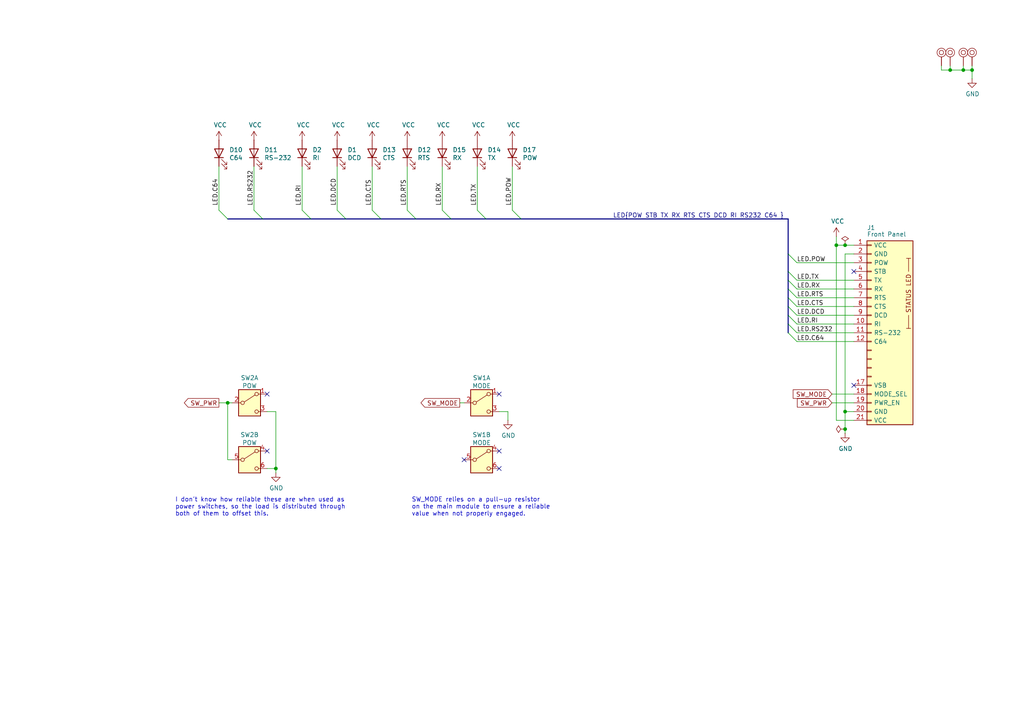
<source format=kicad_sch>
(kicad_sch (version 20231120) (generator "eeschema") (generator_version "8.0")
  (paper "A4")
  (title_block (title "BulkyModem (Panel)") (rev "A") (comment 4 "Front panel for mounting LEDs horizontally, designed for slotting into the main module."))
  (lib_symbols
    (symbol "BulkyModem:Module_Panel" (pin_names (offset 2.0066))
      (property "Reference" "J" (at 0 27.94 0))
      (property "Value" "Module_Panel" (at 0 -27.94 0))
      (symbol "Module_Panel_0_0"
        (polyline (pts (xy 10.795 1.27) (xy 10.795 5.08)))
        (polyline (pts (xy 10.795 21.59) (xy 10.795 17.78)))
        (text "STATUS LED" (at 10.795 11.43 900) (effects (font (size 1.27 1.27))))
      )
      (symbol "Module_Panel_0_1"
        (rectangle (start -1.27 26.67) (end 12.065 -26.67) (stroke (width 0.254)) (fill (type background)))
        (polyline (pts (xy 10.16 21.59) (xy 11.43 21.59)))
        (polyline (pts (xy 11.43 1.27) (xy 10.16 1.27)))
      )
      (symbol "Module_Panel_1_1"
        (rectangle (start -1.27 -25.273) (end 0 -25.527) (stroke (width 0.1524)))
        (rectangle (start -1.27 -22.733) (end 0 -22.987) (stroke (width 0.1524)))
        (rectangle (start -1.27 -20.193) (end 0 -20.447) (stroke (width 0.1524)))
        (rectangle (start -1.27 -17.653) (end 0 -17.907) (stroke (width 0.1524)))
        (rectangle (start -1.27 -15.113) (end 0 -15.367) (stroke (width 0.1524)))
        (rectangle (start -1.27 -12.573) (end 0 -12.827) (stroke (width 0.1524)))
        (rectangle (start -1.27 -10.033) (end 0 -10.287) (stroke (width 0.1524)))
        (rectangle (start -1.27 -7.493) (end 0 -7.747) (stroke (width 0.1524)))
        (rectangle (start -1.27 -4.953) (end 0 -5.207) (stroke (width 0.1524)))
        (rectangle (start -1.27 -2.413) (end 0 -2.667) (stroke (width 0.1524)))
        (rectangle (start -1.27 0.127) (end 0 -0.127) (stroke (width 0.1524)))
        (rectangle (start -1.27 2.667) (end 0 2.413) (stroke (width 0.1524)))
        (rectangle (start -1.27 5.207) (end 0 4.953) (stroke (width 0.1524)))
        (rectangle (start -1.27 7.747) (end 0 7.493) (stroke (width 0.1524)))
        (rectangle (start -1.27 10.287) (end 0 10.033) (stroke (width 0.1524)))
        (rectangle (start -1.27 12.827) (end 0 12.573) (stroke (width 0.1524)))
        (rectangle (start -1.27 15.367) (end 0 15.113) (stroke (width 0.1524)))
        (rectangle (start -1.27 17.907) (end 0 17.653) (stroke (width 0.1524)))
        (rectangle (start -1.27 20.447) (end 0 20.193) (stroke (width 0.1524)))
        (rectangle (start -1.27 22.987) (end 0 22.733) (stroke (width 0.1524)))
        (rectangle (start -1.27 25.527) (end 0 25.273) (stroke (width 0.1524)))
        (pin power_in line (at -5.08 25.4 0) (length 3.81) (name "VCC") (number "1"))
        (pin passive line (at -5.08 2.54 0) (length 3.81) (name "RI") (number "10"))
        (pin passive line (at -5.08 0 0) (length 3.81) (name "RS-232") (number "11"))
        (pin passive line (at -5.08 -2.54 0) (length 3.81) (name "C64") (number "12"))
        (pin no_connect line (at -5.08 -5.08 0) (length 3.81) hide (name "N.C.") (number "13"))
        (pin no_connect line (at -5.08 -7.62 0) (length 3.81) hide (name "N.C.") (number "14"))
        (pin no_connect line (at -5.08 -10.16 0) (length 3.81) hide (name "N.C.") (number "15"))
        (pin no_connect line (at -5.08 -12.7 0) (length 3.81) hide (name "N.C.") (number "16"))
        (pin passive line (at -5.08 -15.24 0) (length 3.81) (name "VSB") (number "17"))
        (pin passive line (at -5.08 -17.78 0) (length 3.81) (name "MODE_SEL") (number "18"))
        (pin passive line (at -5.08 -20.32 0) (length 3.81) (name "PWR_EN") (number "19"))
        (pin power_in line (at -5.08 22.86 0) (length 3.81) (name "GND") (number "2"))
        (pin passive line (at -5.08 -22.86 0) (length 3.81) (name "GND") (number "20"))
        (pin passive line (at -5.08 -25.4 0) (length 3.81) (name "VCC") (number "21"))
        (pin passive line (at -5.08 20.32 0) (length 3.81) (name "POW") (number "3"))
        (pin passive line (at -5.08 17.78 0) (length 3.81) (name "STB") (number "4"))
        (pin passive line (at -5.08 15.24 0) (length 3.81) (name "TX") (number "5"))
        (pin passive line (at -5.08 12.7 0) (length 3.81) (name "RX") (number "6"))
        (pin passive line (at -5.08 10.16 0) (length 3.81) (name "RTS") (number "7"))
        (pin passive line (at -5.08 7.62 0) (length 3.81) (name "CTS") (number "8"))
        (pin passive line (at -5.08 5.08 0) (length 3.81) (name "DCD") (number "9"))
      )
    )
    (symbol "Device:LED" (pin_numbers hide) (pin_names (offset 1.016) hide)
      (property "Reference" "D" (at 0 2.54 0))
      (property "Value" "LED" (at 0 -2.54 0))
      (symbol "LED_0_1"
        (polyline (pts (xy -1.27 -1.27) (xy -1.27 1.27)) (stroke (width 0.254)))
        (polyline (pts (xy -1.27 0) (xy 1.27 0)))
        (polyline (pts (xy 1.27 -1.27) (xy 1.27 1.27) (xy -1.27 0) (xy 1.27 -1.27)) (stroke (width 0.254)))
        (polyline (pts (xy -3.048 -0.762) (xy -4.572 -2.286) (xy -3.81 -2.286) (xy -4.572 -2.286) (xy -4.572 -1.524)))
        (polyline (pts (xy -1.778 -0.762) (xy -3.302 -2.286) (xy -2.54 -2.286) (xy -3.302 -2.286) (xy -3.302 -1.524)))
      )
      (symbol "LED_1_1"
        (pin passive line (at -3.81 0 0) (length 2.54) (name "K") (number "1"))
        (pin passive line (at 3.81 0 180) (length 2.54) (name "A") (number "2"))
      )
    )
    (symbol "Switch:SW_DPDT_x2" (pin_names (offset 0) hide)
      (property "Reference" "SW" (at 0 5.08 0))
      (property "Value" "SW_DPDT_x2" (at 0 -5.08 0))
      (symbol "SW_DPDT_x2_0_0"
        (circle (center -2.032 0) (radius 0.508))
        (circle (center 2.032 -2.54) (radius 0.508))
      )
      (symbol "SW_DPDT_x2_0_1"
        (rectangle (start -3.175 3.81) (end 3.175 -3.81) (stroke (width 0.254)) (fill (type background)))
        (polyline (pts (xy -1.524 0.254) (xy 1.5748 2.286)))
        (circle (center 2.032 2.54) (radius 0.508))
      )
      (symbol "SW_DPDT_x2_1_1"
        (pin passive line (at 5.08 2.54 180) (length 2.54) (name "A") (number "1"))
        (pin passive line (at -5.08 0 0) (length 2.54) (name "B") (number "2"))
        (pin passive line (at 5.08 -2.54 180) (length 2.54) (name "C") (number "3"))
      )
      (symbol "SW_DPDT_x2_2_1"
        (pin passive line (at 5.08 2.54 180) (length 2.54) (name "A") (number "4"))
        (pin passive line (at -5.08 0 0) (length 2.54) (name "B") (number "5"))
        (pin passive line (at 5.08 -2.54 180) (length 2.54) (name "C") (number "6"))
      )
    )
    (symbol "mounting:Mounting_Pin" (pin_numbers hide) (pin_names (offset 0) hide)
      (symbol "Mounting_Pin_0_1"
        (circle (center 0 0) (radius 0.635))
        (circle (center 0 0) (radius 1.27))
      )
      (symbol "Mounting_Pin_1_1"
        (pin passive line (at 0 -3.81 90) (length 2.54) (name "~") (number "1"))
      )
    )
    (symbol "power:GND" (power) (pin_numbers hide) (pin_names (offset 0) hide)
      (property "Value" "GND" (at 0 -3.81 0))
      (symbol "GND_0_1"
        (polyline (pts (xy 0 0) (xy 0 -1.27) (xy 1.27 -1.27) (xy 0 -2.54) (xy -1.27 -1.27) (xy 0 -1.27)))
      )
      (symbol "GND_1_1"
        (pin power_in line (at 0 0 270) (length 0) (name "~") (number "1"))
      )
    )
    (symbol "power:PWR_FLAG" (power) (pin_numbers hide) (pin_names (offset 0) hide)
      (property "Value" "PWR_FLAG" (at 0 3.81 0))
      (symbol "PWR_FLAG_0_0"
        (pin power_out line (at 0 0 90) (length 0) (name "~") (number "1"))
      )
      (symbol "PWR_FLAG_0_1"
        (polyline (pts (xy 0 0) (xy 0 1.27) (xy -1.016 1.905) (xy 0 2.54) (xy 1.016 1.905) (xy 0 1.27)))
      )
    )
    (symbol "power:VCC" (power) (pin_numbers hide) (pin_names (offset 0) hide)
      (property "Value" "VCC" (at 0 3.556 0))
      (symbol "VCC_0_1"
        (polyline (pts (xy -0.762 1.27) (xy 0 2.54)))
        (polyline (pts (xy 0 0) (xy 0 2.54)))
        (polyline (pts (xy 0 2.54) (xy 0.762 1.27)))
      )
      (symbol "VCC_1_1"
        (pin power_in line (at 0 0 90) (length 0) (name "~") (number "1"))
      )
    )
  )
  (junction (at 275.59 20.32))
  (junction (at 242.57 71.12))
  (junction (at 245.11 71.12))
  (junction (at 281.94 20.32))
  (junction (at 80.01 135.89))
  (junction (at 245.11 124.46))
  (junction (at 245.11 119.38))
  (junction (at 279.4 20.32))
  (junction (at 66.04 116.84))
  (no_connect (at 247.65 111.76))
  (no_connect (at 144.78 114.3))
  (no_connect (at 77.47 114.3))
  (no_connect (at 77.47 130.81))
  (no_connect (at 247.65 78.74))
  (no_connect (at 134.62 133.35))
  (no_connect (at 144.78 130.81))
  (no_connect (at 144.78 135.89))
  (bus_entry (at 231.14 99.06) (size -2.54 -2.54))
  (bus_entry (at 90.17 63.5) (size -2.54 -2.54))
  (bus_entry (at 231.14 91.44) (size -2.54 -2.54))
  (bus_entry (at 130.81 63.5) (size -2.54 -2.54))
  (bus_entry (at 231.14 83.82) (size -2.54 -2.54))
  (bus_entry (at 100.33 63.5) (size -2.54 -2.54))
  (bus_entry (at 231.14 76.2) (size -2.54 -2.54))
  (bus_entry (at 231.14 81.28) (size -2.54 -2.54))
  (bus_entry (at 120.65 63.5) (size -2.54 -2.54))
  (bus_entry (at 140.97 63.5) (size -2.54 -2.54))
  (bus_entry (at 231.14 96.52) (size -2.54 -2.54))
  (bus_entry (at 66.04 63.5) (size -2.54 -2.54))
  (bus_entry (at 231.14 86.36) (size -2.54 -2.54))
  (bus_entry (at 76.2 63.5) (size -2.54 -2.54))
  (bus_entry (at 110.49 63.5) (size -2.54 -2.54))
  (bus_entry (at 231.14 93.98) (size -2.54 -2.54))
  (bus_entry (at 151.13 63.5) (size -2.54 -2.54))
  (bus_entry (at 231.14 88.9) (size -2.54 -2.54))
  (wire (pts (xy 231.14 96.52) (xy 247.65 96.52)))
  (wire (pts (xy 87.63 60.96) (xy 87.63 48.26)))
  (wire (pts (xy 118.11 48.26) (xy 118.11 60.96)))
  (wire (pts (xy 281.94 20.32) (xy 281.94 22.86)))
  (wire (pts (xy 241.3 114.3) (xy 247.65 114.3)))
  (wire (pts (xy 242.57 121.92) (xy 242.57 71.12)))
  (wire (pts (xy 148.59 60.96) (xy 148.59 48.26)))
  (wire (pts (xy 80.01 119.38) (xy 77.47 119.38)))
  (wire (pts (xy 273.05 20.32) (xy 275.59 20.32)))
  (wire (pts (xy 80.01 135.89) (xy 80.01 119.38)))
  (bus (pts (xy 228.6 91.44) (xy 228.6 88.9)))
  (bus (pts (xy 110.49 63.5) (xy 120.65 63.5)))
  (bus (pts (xy 66.04 63.5) (xy 76.2 63.5)))
  (wire (pts (xy 147.32 119.38) (xy 147.32 121.92)))
  (wire (pts (xy 245.11 124.46) (xy 245.11 125.73)))
  (wire (pts (xy 245.11 71.12) (xy 247.65 71.12)))
  (bus (pts (xy 228.6 93.98) (xy 228.6 91.44)))
  (wire (pts (xy 107.95 60.96) (xy 107.95 48.26)))
  (bus (pts (xy 228.6 86.36) (xy 228.6 83.82)))
  (wire (pts (xy 245.11 73.66) (xy 247.65 73.66)))
  (wire (pts (xy 245.11 119.38) (xy 245.11 124.46)))
  (wire (pts (xy 245.11 73.66) (xy 245.11 119.38)))
  (wire (pts (xy 279.4 19.05) (xy 279.4 20.32)))
  (bus (pts (xy 228.6 83.82) (xy 228.6 81.28)))
  (wire (pts (xy 66.04 116.84) (xy 66.04 133.35)))
  (wire (pts (xy 275.59 19.05) (xy 275.59 20.32)))
  (wire (pts (xy 80.01 135.89) (xy 80.01 137.16)))
  (wire (pts (xy 231.14 88.9) (xy 247.65 88.9)))
  (bus (pts (xy 151.13 63.5) (xy 228.6 63.5)))
  (wire (pts (xy 231.14 91.44) (xy 247.65 91.44)))
  (bus (pts (xy 228.6 96.52) (xy 228.6 93.98)))
  (wire (pts (xy 73.66 48.26) (xy 73.66 60.96)))
  (wire (pts (xy 231.14 76.2) (xy 247.65 76.2)))
  (wire (pts (xy 279.4 20.32) (xy 281.94 20.32)))
  (wire (pts (xy 231.14 81.28) (xy 247.65 81.28)))
  (wire (pts (xy 245.11 119.38) (xy 247.65 119.38)))
  (wire (pts (xy 66.04 133.35) (xy 67.31 133.35)))
  (bus (pts (xy 76.2 63.5) (xy 90.17 63.5)))
  (bus (pts (xy 228.6 88.9) (xy 228.6 86.36)))
  (wire (pts (xy 138.43 48.26) (xy 138.43 60.96)))
  (wire (pts (xy 231.14 83.82) (xy 247.65 83.82)))
  (wire (pts (xy 231.14 86.36) (xy 247.65 86.36)))
  (bus (pts (xy 100.33 63.5) (xy 110.49 63.5)))
  (wire (pts (xy 275.59 20.32) (xy 279.4 20.32)))
  (bus (pts (xy 228.6 81.28) (xy 228.6 78.74)))
  (wire (pts (xy 128.27 60.96) (xy 128.27 48.26)))
  (bus (pts (xy 90.17 63.5) (xy 100.33 63.5)))
  (bus (pts (xy 140.97 63.5) (xy 151.13 63.5)))
  (wire (pts (xy 144.78 119.38) (xy 147.32 119.38)))
  (wire (pts (xy 273.05 19.05) (xy 273.05 20.32)))
  (bus (pts (xy 120.65 63.5) (xy 130.81 63.5)))
  (wire (pts (xy 242.57 71.12) (xy 242.57 68.58)))
  (wire (pts (xy 63.5 116.84) (xy 66.04 116.84)))
  (wire (pts (xy 247.65 116.84) (xy 241.3 116.84)))
  (wire (pts (xy 231.14 99.06) (xy 247.65 99.06)))
  (wire (pts (xy 66.04 116.84) (xy 67.31 116.84)))
  (wire (pts (xy 242.57 71.12) (xy 245.11 71.12)))
  (wire (pts (xy 133.35 116.84) (xy 134.62 116.84)))
  (wire (pts (xy 77.47 135.89) (xy 80.01 135.89)))
  (bus (pts (xy 228.6 73.66) (xy 228.6 78.74)))
  (wire (pts (xy 281.94 20.32) (xy 281.94 19.05)))
  (wire (pts (xy 97.79 60.96) (xy 97.79 48.26)))
  (wire (pts (xy 63.5 48.26) (xy 63.5 60.96)))
  (wire (pts (xy 242.57 121.92) (xy 247.65 121.92)))
  (wire (pts (xy 231.14 93.98) (xy 247.65 93.98)))
  (bus (pts (xy 228.6 73.66) (xy 228.6 63.5)))
  (bus (pts (xy 130.81 63.5) (xy 140.97 63.5)))
  (text "SW_MODE relies on a pull-up resistor\non the main module to ensure a reliable\nvalue when not properly engaged." (at 119.38 149.86 0) (effects (font (size 1.27 1.27)) (justify left bottom)))
  (text "I don't know how reliable these are when used as\npower switches, so the load is distributed through\nboth of them to offset this." (at 50.8 149.86 0) (effects (font (size 1.27 1.27)) (justify left bottom)))
  (label "LED.C64" (at 231.14 99.06 0))
  (label "LED{POW STB TX RX RTS CTS DCD RI RS232 C64 }" (at 227.33 63.5 180))
  (label "LED.RTS" (at 231.14 86.36 0))
  (label "LED.RTS" (at 118.11 59.69 90))
  (label "LED.DCD" (at 97.79 59.69 90))
  (label "LED.POW" (at 148.59 59.69 90))
  (label "LED.TX" (at 231.14 81.28 0))
  (label "LED.TX" (at 138.43 59.69 90))
  (label "LED.RS232" (at 73.66 59.69 90))
  (label "LED.CTS" (at 107.95 59.69 90))
  (label "LED.DCD" (at 231.14 91.44 0))
  (label "LED.RX" (at 128.27 59.69 90))
  (label "LED.RI" (at 231.14 93.98 0))
  (label "LED.RX" (at 231.14 83.82 0))
  (label "LED.C64" (at 63.5 59.69 90))
  (label "LED.CTS" (at 231.14 88.9 0))
  (label "LED.POW" (at 231.14 76.2 0))
  (label "LED.RS232" (at 231.14 96.52 0))
  (label "LED.RI" (at 87.63 59.69 90))
  (global_label "SW_PWR" (shape output) (at 63.5 116.84 180) (property "Intersheetrefs" "${INTERSHEET_REFS}" (effects (hide yes))))
  (global_label "SW_MODE" (shape input) (at 241.3 114.3 180) (property "Intersheetrefs" "${INTERSHEET_REFS}" (effects (hide yes))))
  (global_label "SW_PWR" (shape input) (at 241.3 116.84 180) (property "Intersheetrefs" "${INTERSHEET_REFS}" (effects (hide yes))))
  (global_label "SW_MODE" (shape output) (at 133.35 116.84 180) (property "Intersheetrefs" "${INTERSHEET_REFS}" (effects (hide yes))))
  (symbol (lib_id "BulkyModem:Module_Panel") (at 252.73 96.52 0) (unit 1)
    (property "Reference" "J1" (at 251.46 66.04 0) (effects (justify left)))
    (property "Value" "Front Panel" (at 251.46 67.945 0) (effects (justify left)))
    (property "Footprint" "Connector_PinHeader_2.54mm:PinHeader_1x21_P2.54mm_Horizontal" (effects (hide yes)))
  )
  (symbol (lib_id "mounting:Mounting_Pin") (at 273.05 15.24 0) (unit 1)
    (property "Reference" "M1" (effects (hide yes)))
    (property "Value" "Mounting_Pin" (effects (hide yes)))
    (property "Footprint" "mounting:M3_pin" (effects (hide yes)))
  )
  (symbol (lib_id "mounting:Mounting_Pin") (at 275.59 15.24 0) (unit 1)
    (property "Reference" "M2" (effects (hide yes)))
    (property "Value" "Mounting_Pin" (effects (hide yes)))
    (property "Footprint" "mounting:M3_pin" (effects (hide yes)))
  )
  (symbol (lib_id "mounting:Mounting_Pin") (at 279.4 15.24 0) (unit 1)
    (property "Reference" "M3" (effects (hide yes)))
    (property "Value" "Mounting_Pin" (effects (hide yes)))
    (property "Footprint" "mounting:M3_pin" (effects (hide yes)))
  )
  (symbol (lib_id "mounting:Mounting_Pin") (at 281.94 15.24 0) (unit 1)
    (property "Reference" "M4" (effects (hide yes)))
    (property "Value" "Mounting_Pin" (effects (hide yes)))
    (property "Footprint" "mounting:M3_pin" (effects (hide yes)))
  )
  (symbol (lib_id "power:GND") (at 245.11 125.73 0) (unit 1)
    (property "Reference" "#PWR0101" (effects (hide yes)))
    (property "Value" "GND" (at 245.237 130.1242 0))
  )
  (symbol (lib_id "power:VCC") (at 242.57 68.58 0) (unit 1)
    (property "Reference" "#PWR0102" (effects (hide yes)))
    (property "Value" "VCC" (at 242.951 64.1858 0))
  )
  (symbol (lib_id "power:GND") (at 281.94 22.86 0) (unit 1)
    (property "Reference" "#PWR0111" (effects (hide yes)))
    (property "Value" "GND" (at 282.067 27.2542 0))
  )
  (symbol (lib_id "power:PWR_FLAG") (at 245.11 71.12 0) (unit 1)
    (property "Reference" "#FLG0101" (effects (hide yes)))
    (property "Value" "PWR_FLAG" (effects (hide yes)))
  )
  (symbol (lib_id "Device:LED") (at 63.5 44.45 90) (unit 1)
    (property "Reference" "D10" (at 66.4972 43.4594 90) (effects (justify right)))
    (property "Value" "C64" (at 66.4972 45.7708 90) (effects (justify right)))
    (property "Footprint" "LED_THT:LED_D5.0mm" (effects (hide yes)))
  )
  (symbol (lib_id "power:VCC") (at 63.5 40.64 0) (unit 1)
    (property "Reference" "#PWR0103" (effects (hide yes)))
    (property "Value" "VCC" (at 63.881 36.2458 0))
  )
  (symbol (lib_id "Device:LED") (at 73.66 44.45 90) (unit 1)
    (property "Reference" "D11" (at 76.6572 43.4594 90) (effects (justify right)))
    (property "Value" "RS-232" (at 76.6572 45.7708 90) (effects (justify right)))
    (property "Footprint" "LED_THT:LED_D5.0mm" (effects (hide yes)))
  )
  (symbol (lib_id "power:VCC") (at 73.66 40.64 0) (unit 1)
    (property "Reference" "#PWR0104" (effects (hide yes)))
    (property "Value" "VCC" (at 74.041 36.2458 0))
  )
  (symbol (lib_id "Device:LED") (at 118.11 44.45 90) (unit 1)
    (property "Reference" "D12" (at 121.1072 43.4594 90) (effects (justify right)))
    (property "Value" "RTS" (at 121.1072 45.7708 90) (effects (justify right)))
    (property "Footprint" "LED_THT:LED_D5.0mm" (effects (hide yes)))
  )
  (symbol (lib_id "power:VCC") (at 118.11 40.64 0) (unit 1)
    (property "Reference" "#PWR0105" (effects (hide yes)))
    (property "Value" "VCC" (at 118.491 36.2458 0))
  )
  (symbol (lib_id "Device:LED") (at 107.95 44.45 90) (unit 1)
    (property "Reference" "D13" (at 110.9472 43.4594 90) (effects (justify right)))
    (property "Value" "CTS" (at 110.9472 45.7708 90) (effects (justify right)))
    (property "Footprint" "LED_THT:LED_D5.0mm" (effects (hide yes)))
  )
  (symbol (lib_id "power:VCC") (at 107.95 40.64 0) (unit 1)
    (property "Reference" "#PWR0106" (effects (hide yes)))
    (property "Value" "VCC" (at 108.331 36.2458 0))
  )
  (symbol (lib_id "Device:LED") (at 138.43 44.45 90) (unit 1)
    (property "Reference" "D14" (at 141.4272 43.4594 90) (effects (justify right)))
    (property "Value" "TX" (at 141.4272 45.7708 90) (effects (justify right)))
    (property "Footprint" "LED_THT:LED_D5.0mm" (effects (hide yes)))
  )
  (symbol (lib_id "power:VCC") (at 138.43 40.64 0) (unit 1)
    (property "Reference" "#PWR0107" (effects (hide yes)))
    (property "Value" "VCC" (at 138.811 36.2458 0))
  )
  (symbol (lib_id "Device:LED") (at 128.27 44.45 90) (unit 1)
    (property "Reference" "D15" (at 131.2672 43.4594 90) (effects (justify right)))
    (property "Value" "RX" (at 131.2672 45.7708 90) (effects (justify right)))
    (property "Footprint" "LED_THT:LED_D5.0mm" (effects (hide yes)))
  )
  (symbol (lib_id "power:VCC") (at 128.27 40.64 0) (unit 1)
    (property "Reference" "#PWR0108" (effects (hide yes)))
    (property "Value" "VCC" (at 128.651 36.2458 0))
  )
  (symbol (lib_id "Device:LED") (at 148.59 44.45 90) (unit 1)
    (property "Reference" "D17" (at 151.5872 43.4594 90) (effects (justify right)))
    (property "Value" "POW" (at 151.5872 45.7708 90) (effects (justify right)))
    (property "Footprint" "LED_THT:LED_D5.0mm" (effects (hide yes)))
  )
  (symbol (lib_id "power:VCC") (at 148.59 40.64 0) (unit 1)
    (property "Reference" "#PWR0110" (effects (hide yes)))
    (property "Value" "VCC" (at 148.971 36.2458 0))
  )
  (symbol (lib_id "power:PWR_FLAG") (at 245.11 124.46 90) (unit 1)
    (property "Reference" "#FLG0102" (effects (hide yes)))
    (property "Value" "PWR_FLAG" (effects (hide yes)))
  )
  (symbol (lib_id "Device:LED") (at 97.79 44.45 90) (unit 1)
    (property "Reference" "D1" (at 100.7872 43.4594 90) (effects (justify right)))
    (property "Value" "DCD" (at 100.7872 45.7708 90) (effects (justify right)))
    (property "Footprint" "LED_THT:LED_D5.0mm" (effects (hide yes)))
  )
  (symbol (lib_id "power:VCC") (at 97.79 40.64 0) (unit 1)
    (property "Reference" "#PWR01" (effects (hide yes)))
    (property "Value" "VCC" (at 98.171 36.2458 0))
  )
  (symbol (lib_id "Device:LED") (at 87.63 44.45 90) (unit 1)
    (property "Reference" "D2" (at 90.6272 43.4594 90) (effects (justify right)))
    (property "Value" "RI" (at 90.6272 45.7708 90) (effects (justify right)))
    (property "Footprint" "LED_THT:LED_D5.0mm" (effects (hide yes)))
  )
  (symbol (lib_id "power:VCC") (at 87.63 40.64 0) (unit 1)
    (property "Reference" "#PWR0114" (effects (hide yes)))
    (property "Value" "VCC" (at 88.011 36.2458 0))
  )
  (symbol (lib_id "Switch:SW_DPDT_x2") (at 139.7 116.84 0) (unit 1)
    (property "Reference" "SW1" (at 139.7 109.601 0))
    (property "Value" "MODE" (at 139.7 111.9124 0))
    (property "Footprint" "6pin_switch:dpdt_switch_black" (effects (hide yes)))
  )
  (symbol (lib_id "Switch:SW_DPDT_x2") (at 139.7 133.35 0) (unit 2)
    (property "Reference" "SW1" (at 139.7 126.111 0))
    (property "Value" "MODE" (at 139.7 128.4224 0))
    (property "Footprint" "6pin_switch:dpdt_switch_black" (effects (hide yes)))
  )
  (symbol (lib_id "Switch:SW_DPDT_x2") (at 72.39 116.84 0) (unit 1)
    (property "Reference" "SW2" (at 72.39 109.601 0))
    (property "Value" "POW" (at 72.39 111.9124 0))
    (property "Footprint" "6pin_switch:dpdt_switch_black" (effects (hide yes)))
  )
  (symbol (lib_id "Switch:SW_DPDT_x2") (at 72.39 133.35 0) (unit 2)
    (property "Reference" "SW2" (at 72.39 126.111 0))
    (property "Value" "POW" (at 72.39 128.4224 0))
    (property "Footprint" "6pin_switch:dpdt_switch_black" (effects (hide yes)))
  )
  (symbol (lib_id "power:GND") (at 80.01 137.16 0) (unit 1)
    (property "Reference" "#PWR0112" (effects (hide yes)))
    (property "Value" "GND" (at 80.137 141.5542 0))
  )
  (symbol (lib_id "power:GND") (at 147.32 121.92 0) (unit 1)
    (property "Reference" "#PWR0113" (effects (hide yes)))
    (property "Value" "GND" (at 147.447 126.3142 0))
  )
)
</source>
